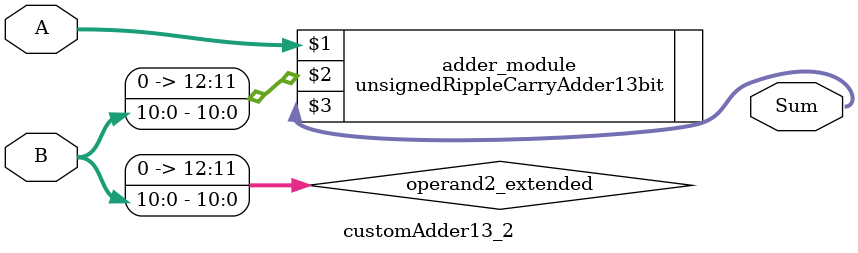
<source format=v>

module customAdder13_2(
                    input [12 : 0] A,
                    input [10 : 0] B,
                    
                    output [13 : 0] Sum
            );

    wire [12 : 0] operand2_extended;
    
    assign operand2_extended =  {2'b0, B};
    
    unsignedRippleCarryAdder13bit adder_module(
        A,
        operand2_extended,
        Sum
    );
    
endmodule
        
</source>
